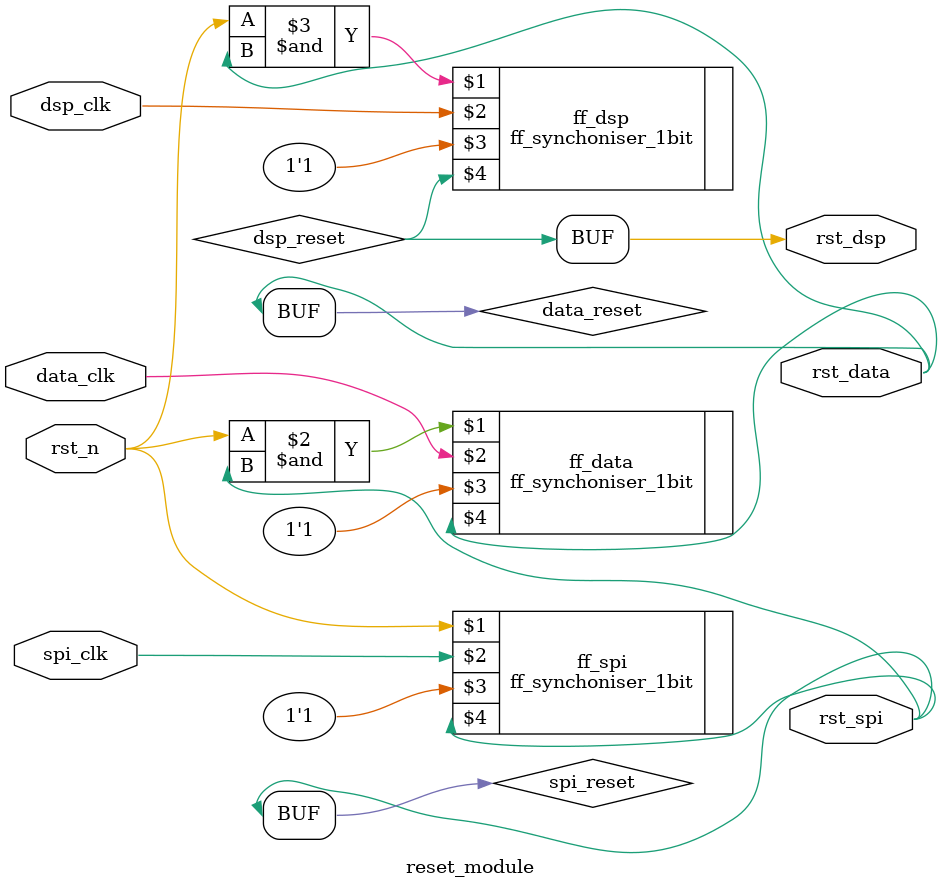
<source format=v>
module reset_module(
     input wire rst_n,
	 input wire  spi_clk,
	 input wire  data_clk,
	 input wire  dsp_clk,
	 output reg  rst_spi,
	 output reg  rst_data,
	 output reg  rst_dsp
	 );
	 
	 wire spi_reset;
	 wire data_reset;
	 wire dsp_reset;
	 
	 always @(*) begin
	 rst_spi = spi_reset;
	 rst_data = data_reset;
	 rst_dsp = dsp_reset;
	 end
	 
	 
	 
    ff_synchoniser_1bit ff_spi(rst_n,spi_clk,1'b1,spi_reset);
    ff_synchoniser_1bit ff_data(rst_n & rst_spi,data_clk,1'b1,data_reset);
    ff_synchoniser_1bit ff_dsp(rst_n & rst_data,dsp_clk,1'b1,dsp_reset);

    
  
 endmodule 

</source>
